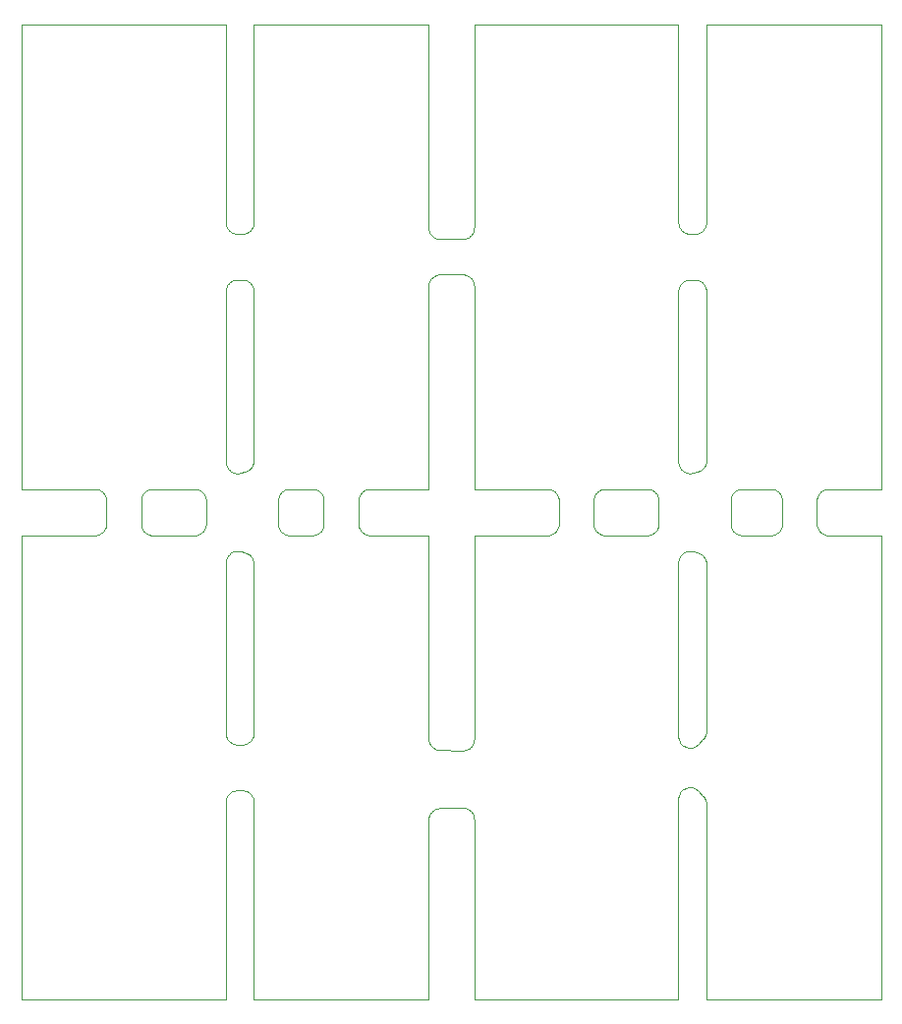
<source format=gko>
%MOIN*%
%OFA0B0*%
%FSLAX36Y36*%
%IPPOS*%
%LPD*%
%ADD10C,0*%
D10*
X002228346Y001824612D02*
X002228346Y001824612D01*
X002228346Y002402894D01*
X002228467Y002405983D01*
X002228831Y002409053D01*
X002229434Y002412085D01*
X002230273Y002415060D01*
X002231343Y002417960D01*
X002232637Y002420768D01*
X002234148Y002423465D01*
X002235865Y002426035D01*
X002237779Y002428463D01*
X002239877Y002430733D01*
X002242147Y002432831D01*
X002244575Y002434745D01*
X002247145Y002436463D01*
X002249842Y002437973D01*
X002252650Y002439267D01*
X002255550Y002440337D01*
X002258525Y002441176D01*
X002261557Y002441779D01*
X002264627Y002442143D01*
X002267716Y002442264D01*
X002283464Y002442264D01*
X002286553Y002442143D01*
X002289623Y002441779D01*
X002292655Y002441176D01*
X002295630Y002440337D01*
X002298530Y002439267D01*
X002301338Y002437973D01*
X002304035Y002436463D01*
X002306605Y002434745D01*
X002309033Y002432831D01*
X002311303Y002430733D01*
X002313401Y002428463D01*
X002315315Y002426035D01*
X002317033Y002423465D01*
X002318543Y002420768D01*
X002319837Y002417960D01*
X002320907Y002415060D01*
X002321746Y002412085D01*
X002322349Y002409053D01*
X002322713Y002405983D01*
X002322834Y002402894D01*
X002322834Y001828907D01*
X002322750Y001826341D01*
X002322500Y001823786D01*
X002322083Y001821252D01*
X002321502Y001818751D01*
X002320759Y001816294D01*
X002319857Y001813889D01*
X002318801Y001811549D01*
X002317595Y001809283D01*
X002316243Y001807100D01*
X002314752Y001805010D01*
X002313128Y001803021D01*
X002311377Y001801143D01*
X002309508Y001799383D01*
X002307529Y001797748D01*
X002305447Y001796245D01*
X002303271Y001794882D01*
X002301011Y001793663D01*
X002298677Y001792595D01*
X002296277Y001791680D01*
X002293824Y001790924D01*
X002278076Y001786629D01*
X002274548Y001785839D01*
X002270963Y001785376D01*
X002267350Y001785243D01*
X002263741Y001785443D01*
X002260165Y001785973D01*
X002256653Y001786828D01*
X002253233Y001788002D01*
X002249937Y001789485D01*
X002246790Y001791264D01*
X002243819Y001793324D01*
X002241050Y001795648D01*
X002238506Y001798216D01*
X002236208Y001801006D01*
X002234175Y001803996D01*
X002232426Y001807159D01*
X002230974Y001810470D01*
X002229831Y001813900D01*
X002229008Y001817420D01*
X002228512Y001821001D01*
X002228346Y001824612D01*
X001980236Y001732283D02*
X001980236Y001732283D01*
X002121901Y001732283D01*
X002124990Y001732162D01*
X002128060Y001731798D01*
X002131092Y001731195D01*
X002134067Y001730356D01*
X002136967Y001729286D01*
X002139775Y001727992D01*
X002142472Y001726481D01*
X002145042Y001724764D01*
X002147470Y001722850D01*
X002149740Y001720752D01*
X002151838Y001718482D01*
X002153752Y001716054D01*
X002155470Y001713484D01*
X002156980Y001710787D01*
X002158274Y001707979D01*
X002159344Y001705079D01*
X002160183Y001702104D01*
X002160787Y001699072D01*
X002161150Y001696002D01*
X002161271Y001692913D01*
X002161271Y001614173D01*
X002161150Y001611084D01*
X002160787Y001608014D01*
X002160183Y001604982D01*
X002159344Y001602007D01*
X002158274Y001599106D01*
X002156980Y001596299D01*
X002155470Y001593602D01*
X002153752Y001591032D01*
X002151838Y001588604D01*
X002149740Y001586334D01*
X002147470Y001584235D01*
X002145042Y001582322D01*
X002142472Y001580604D01*
X002139775Y001579094D01*
X002136967Y001577800D01*
X002134067Y001576730D01*
X002131092Y001575890D01*
X002128060Y001575287D01*
X002124990Y001574924D01*
X002121901Y001574803D01*
X001980236Y001574803D01*
X001977147Y001574924D01*
X001974077Y001575287D01*
X001971045Y001575890D01*
X001968070Y001576730D01*
X001965169Y001577800D01*
X001962362Y001579094D01*
X001959665Y001580604D01*
X001957095Y001582322D01*
X001954667Y001584235D01*
X001952397Y001586334D01*
X001950298Y001588604D01*
X001948385Y001591032D01*
X001946667Y001593602D01*
X001945157Y001596299D01*
X001943862Y001599106D01*
X001942793Y001602007D01*
X001941953Y001604982D01*
X001941350Y001608014D01*
X001940987Y001611084D01*
X001940866Y001614173D01*
X001940866Y001692913D01*
X001940987Y001696002D01*
X001941350Y001699072D01*
X001941953Y001702104D01*
X001942793Y001705079D01*
X001943862Y001707979D01*
X001945157Y001710787D01*
X001946667Y001713484D01*
X001948385Y001716054D01*
X001950298Y001718482D01*
X001952397Y001720752D01*
X001954667Y001722850D01*
X001957095Y001724764D01*
X001959665Y001726481D01*
X001962362Y001727992D01*
X001965169Y001729286D01*
X001968070Y001730356D01*
X001971045Y001731195D01*
X001974077Y001731798D01*
X001977147Y001732162D01*
X001980236Y001732283D01*
X001182499Y001732283D02*
X001182499Y001732283D01*
X001380905Y001732283D01*
X001380905Y002420174D01*
X001381026Y002423263D01*
X001381390Y002426333D01*
X001381993Y002429365D01*
X001382832Y002432340D01*
X001383902Y002435240D01*
X001385196Y002438048D01*
X001386707Y002440745D01*
X001388424Y002443315D01*
X001390338Y002445743D01*
X001392436Y002448013D01*
X001394706Y002450111D01*
X001397134Y002452025D01*
X001399704Y002453743D01*
X001402401Y002455253D01*
X001405209Y002456547D01*
X001408109Y002457617D01*
X001411084Y002458456D01*
X001414116Y002459059D01*
X001417186Y002459423D01*
X001420275Y002459544D01*
X001496062Y002459544D01*
X001499151Y002459423D01*
X001502221Y002459059D01*
X001505253Y002458456D01*
X001508229Y002457617D01*
X001511129Y002456547D01*
X001513936Y002455253D01*
X001516633Y002453743D01*
X001519204Y002452025D01*
X001521631Y002450111D01*
X001523901Y002448013D01*
X001526000Y002445743D01*
X001527914Y002443315D01*
X001529631Y002440745D01*
X001531141Y002438048D01*
X001532436Y002435240D01*
X001533506Y002432340D01*
X001534345Y002429365D01*
X001534948Y002426333D01*
X001535311Y002423263D01*
X001535433Y002420174D01*
X001535433Y001732283D01*
X001783543Y001732283D01*
X001786632Y001732162D01*
X001789702Y001731798D01*
X001792734Y001731195D01*
X001795709Y001730356D01*
X001798609Y001729286D01*
X001801416Y001727992D01*
X001804114Y001726481D01*
X001806684Y001724764D01*
X001809112Y001722850D01*
X001811382Y001720752D01*
X001813480Y001718482D01*
X001815394Y001716054D01*
X001817111Y001713484D01*
X001818622Y001710787D01*
X001819916Y001707979D01*
X001820986Y001705079D01*
X001821825Y001702104D01*
X001822428Y001699072D01*
X001822792Y001696002D01*
X001822913Y001692913D01*
X001822913Y001614173D01*
X001822792Y001611084D01*
X001822428Y001608014D01*
X001821825Y001604982D01*
X001820986Y001602007D01*
X001819916Y001599106D01*
X001818622Y001596299D01*
X001817111Y001593602D01*
X001815394Y001591032D01*
X001813480Y001588604D01*
X001811382Y001586334D01*
X001809112Y001584235D01*
X001806684Y001582322D01*
X001804114Y001580604D01*
X001801416Y001579094D01*
X001798609Y001577800D01*
X001795709Y001576730D01*
X001792734Y001575890D01*
X001789702Y001575287D01*
X001786632Y001574924D01*
X001783543Y001574803D01*
X001535433Y001574803D01*
X001535433Y000884413D01*
X001535308Y000881281D01*
X001534934Y000878169D01*
X001534314Y000875096D01*
X001533452Y000872083D01*
X001532353Y000869147D01*
X001531023Y000866309D01*
X001529472Y000863585D01*
X001527709Y000860993D01*
X001525746Y000858550D01*
X001523594Y000856270D01*
X001521268Y000854169D01*
X001518782Y000852260D01*
X001516153Y000850555D01*
X001513395Y000849064D01*
X001510528Y000847797D01*
X001507570Y000846762D01*
X001504538Y000845966D01*
X001501453Y000845414D01*
X001498333Y000845108D01*
X001495199Y000845052D01*
X001419412Y000846715D01*
X001416369Y000846900D01*
X001413350Y000847319D01*
X001410372Y000847971D01*
X001407454Y000848852D01*
X001404612Y000849955D01*
X001401865Y000851275D01*
X001399228Y000852804D01*
X001396717Y000854532D01*
X001394347Y000856449D01*
X001392133Y000858544D01*
X001390087Y000860804D01*
X001388222Y000863215D01*
X001386550Y000865763D01*
X001385079Y000868433D01*
X001383820Y000871209D01*
X001382779Y000874074D01*
X001381963Y000877011D01*
X001381376Y000880002D01*
X001381023Y000883030D01*
X001380905Y000886076D01*
X001380905Y001574803D01*
X001182499Y001574803D01*
X001179411Y001574924D01*
X001176341Y001575287D01*
X001173309Y001575890D01*
X001170333Y001576730D01*
X001167433Y001577800D01*
X001164626Y001579094D01*
X001161929Y001580604D01*
X001159358Y001582322D01*
X001156931Y001584235D01*
X001154661Y001586334D01*
X001152562Y001588604D01*
X001150648Y001591032D01*
X001148931Y001593602D01*
X001147420Y001596299D01*
X001146126Y001599106D01*
X001145056Y001602007D01*
X001144217Y001604982D01*
X001143614Y001608014D01*
X001143251Y001611084D01*
X001143129Y001614173D01*
X001143129Y001692913D01*
X001143251Y001696002D01*
X001143614Y001699072D01*
X001144217Y001702104D01*
X001145056Y001705079D01*
X001146126Y001707979D01*
X001147420Y001710787D01*
X001148931Y001713484D01*
X001150648Y001716054D01*
X001152562Y001718482D01*
X001154661Y001720752D01*
X001156931Y001722850D01*
X001159358Y001724764D01*
X001161929Y001726481D01*
X001164626Y001727992D01*
X001167433Y001729286D01*
X001170333Y001730356D01*
X001173309Y001731195D01*
X001176341Y001731798D01*
X001179411Y001732162D01*
X001182499Y001732283D01*
X000692913Y001824612D02*
X000692913Y001824612D01*
X000692913Y002402894D01*
X000693034Y002405983D01*
X000693398Y002409053D01*
X000694001Y002412085D01*
X000694840Y002415060D01*
X000695910Y002417960D01*
X000697204Y002420768D01*
X000698714Y002423465D01*
X000700432Y002426035D01*
X000702346Y002428463D01*
X000704444Y002430733D01*
X000706714Y002432831D01*
X000709142Y002434745D01*
X000711712Y002436463D01*
X000714409Y002437973D01*
X000717217Y002439267D01*
X000720117Y002440337D01*
X000723092Y002441176D01*
X000726124Y002441779D01*
X000729194Y002442143D01*
X000732283Y002442264D01*
X000748031Y002442264D01*
X000751120Y002442143D01*
X000754190Y002441779D01*
X000757222Y002441176D01*
X000760197Y002440337D01*
X000763097Y002439267D01*
X000765905Y002437973D01*
X000768602Y002436463D01*
X000771172Y002434745D01*
X000773600Y002432831D01*
X000775870Y002430733D01*
X000777968Y002428463D01*
X000779882Y002426035D01*
X000781600Y002423465D01*
X000783110Y002420768D01*
X000784404Y002417960D01*
X000785474Y002415060D01*
X000786313Y002412085D01*
X000786916Y002409053D01*
X000787280Y002405983D01*
X000787401Y002402894D01*
X000787401Y001828907D01*
X000787317Y001826341D01*
X000787067Y001823786D01*
X000786650Y001821252D01*
X000786069Y001818751D01*
X000785326Y001816294D01*
X000784424Y001813889D01*
X000783368Y001811549D01*
X000782162Y001809283D01*
X000780810Y001807100D01*
X000779319Y001805010D01*
X000777695Y001803021D01*
X000775944Y001801143D01*
X000774075Y001799383D01*
X000772096Y001797748D01*
X000770013Y001796245D01*
X000767838Y001794882D01*
X000765578Y001793663D01*
X000763243Y001792595D01*
X000760844Y001791680D01*
X000758391Y001790924D01*
X000742643Y001786629D01*
X000739115Y001785839D01*
X000735530Y001785376D01*
X000731917Y001785243D01*
X000728308Y001785443D01*
X000724732Y001785973D01*
X000721219Y001786828D01*
X000717800Y001788002D01*
X000714503Y001789485D01*
X000711356Y001791264D01*
X000708386Y001793324D01*
X000705617Y001795648D01*
X000703072Y001798216D01*
X000700774Y001801006D01*
X000698742Y001803996D01*
X000696993Y001807159D01*
X000695540Y001810470D01*
X000694398Y001813900D01*
X000693575Y001817420D01*
X000693079Y001821001D01*
X000692913Y001824612D01*
X002322834Y001478179D02*
X002322834Y001478179D01*
X002322834Y000910334D01*
X002322805Y000908816D01*
X002322717Y000907300D01*
X002322571Y000905789D01*
X002322367Y000904285D01*
X002322104Y000902789D01*
X002321785Y000901305D01*
X002321408Y000899834D01*
X002320975Y000898379D01*
X002320486Y000896941D01*
X002319942Y000895524D01*
X002319344Y000894128D01*
X002318693Y000892757D01*
X002317989Y000891412D01*
X002317233Y000890095D01*
X002316428Y000888808D01*
X002315573Y000887553D01*
X002314671Y000886332D01*
X002313723Y000885146D01*
X002312729Y000883998D01*
X002311692Y000882889D01*
X002295944Y000866692D01*
X002292501Y000863547D01*
X002288710Y000860831D01*
X002284625Y000858583D01*
X002280303Y000856833D01*
X002275804Y000855606D01*
X002271191Y000854920D01*
X002266530Y000854785D01*
X002261886Y000855201D01*
X002257323Y000856163D01*
X002252906Y000857659D01*
X002248697Y000859666D01*
X002244754Y000862156D01*
X002241134Y000865095D01*
X002237887Y000868442D01*
X002235058Y000872149D01*
X002232687Y000876165D01*
X002230808Y000880432D01*
X002229447Y000884892D01*
X002228622Y000889482D01*
X002228346Y000894137D01*
X002228346Y001482474D01*
X002228512Y001486085D01*
X002229008Y001489666D01*
X002229831Y001493186D01*
X002230974Y001496616D01*
X002232426Y001499926D01*
X002234175Y001503090D01*
X002236208Y001506079D01*
X002238506Y001508870D01*
X002241050Y001511438D01*
X002243819Y001513762D01*
X002246790Y001515822D01*
X002249937Y001517601D01*
X002253233Y001519083D01*
X002256653Y001520257D01*
X002260165Y001521113D01*
X002263741Y001521643D01*
X002267350Y001521842D01*
X002270963Y001521710D01*
X002274548Y001521247D01*
X002278076Y001520457D01*
X002293824Y001516161D01*
X002296277Y001515405D01*
X002298677Y001514491D01*
X002301011Y001513422D01*
X002303271Y001512204D01*
X002305447Y001510840D01*
X002307529Y001509338D01*
X002309508Y001507703D01*
X002311377Y001505943D01*
X002313128Y001504064D01*
X002314752Y001502076D01*
X002316243Y001499986D01*
X002317595Y001497803D01*
X002318801Y001495536D01*
X002319857Y001493196D01*
X002320759Y001490792D01*
X002321502Y001488334D01*
X002322083Y001485833D01*
X002322500Y001483300D01*
X002322750Y001480745D01*
X002322834Y001478179D01*
X000444803Y001732283D02*
X000444803Y001732283D01*
X000586468Y001732283D01*
X000589557Y001732162D01*
X000592627Y001731798D01*
X000595659Y001731195D01*
X000598634Y001730356D01*
X000601534Y001729286D01*
X000604342Y001727992D01*
X000607039Y001726481D01*
X000609609Y001724764D01*
X000612037Y001722850D01*
X000614307Y001720752D01*
X000616405Y001718482D01*
X000618319Y001716054D01*
X000620037Y001713484D01*
X000621547Y001710787D01*
X000622841Y001707979D01*
X000623911Y001705079D01*
X000624750Y001702104D01*
X000625353Y001699072D01*
X000625717Y001696002D01*
X000625838Y001692913D01*
X000625838Y001614173D01*
X000625717Y001611084D01*
X000625353Y001608014D01*
X000624750Y001604982D01*
X000623911Y001602007D01*
X000622841Y001599106D01*
X000621547Y001596299D01*
X000620037Y001593602D01*
X000618319Y001591032D01*
X000616405Y001588604D01*
X000614307Y001586334D01*
X000612037Y001584235D01*
X000609609Y001582322D01*
X000607039Y001580604D01*
X000604342Y001579094D01*
X000601534Y001577800D01*
X000598634Y001576730D01*
X000595659Y001575890D01*
X000592627Y001575287D01*
X000589557Y001574924D01*
X000586468Y001574803D01*
X000444803Y001574803D01*
X000441714Y001574924D01*
X000438644Y001575287D01*
X000435612Y001575890D01*
X000432637Y001576730D01*
X000429736Y001577800D01*
X000426929Y001579094D01*
X000424232Y001580604D01*
X000421661Y001582322D01*
X000419234Y001584235D01*
X000416964Y001586334D01*
X000414865Y001588604D01*
X000412952Y001591032D01*
X000411234Y001593602D01*
X000409724Y001596299D01*
X000408429Y001599106D01*
X000407359Y001602007D01*
X000406520Y001604982D01*
X000405917Y001608014D01*
X000405554Y001611084D01*
X000405433Y001614173D01*
X000405433Y001692913D01*
X000405554Y001696002D01*
X000405917Y001699072D01*
X000406520Y001702104D01*
X000407359Y001705079D01*
X000408429Y001707979D01*
X000409724Y001710787D01*
X000411234Y001713484D01*
X000412952Y001716054D01*
X000414865Y001718482D01*
X000416964Y001720752D01*
X000419234Y001722850D01*
X000421661Y001724764D01*
X000424232Y001726481D01*
X000426929Y001727992D01*
X000429736Y001729286D01*
X000432637Y001730356D01*
X000435612Y001731195D01*
X000438644Y001731798D01*
X000441714Y001732162D01*
X000444803Y001732283D01*
X000248110Y001574803D02*
X000248110Y001574803D01*
X000000000Y001574803D01*
X000000000Y000000000D01*
X000692913Y000000000D01*
X000692913Y000670611D01*
X000693034Y000673699D01*
X000693398Y000676769D01*
X000694001Y000679801D01*
X000694840Y000682777D01*
X000695910Y000685677D01*
X000697204Y000688484D01*
X000698714Y000691181D01*
X000700432Y000693752D01*
X000702346Y000696179D01*
X000704444Y000698449D01*
X000706714Y000700548D01*
X000709142Y000702462D01*
X000711712Y000704179D01*
X000714409Y000705690D01*
X000717217Y000706984D01*
X000720117Y000708054D01*
X000723092Y000708893D01*
X000726124Y000709496D01*
X000729194Y000709859D01*
X000732283Y000709981D01*
X000748031Y000709981D01*
X000751120Y000709859D01*
X000754190Y000709496D01*
X000757222Y000708893D01*
X000760197Y000708054D01*
X000763097Y000706984D01*
X000765905Y000705690D01*
X000768602Y000704179D01*
X000771172Y000702462D01*
X000773600Y000700548D01*
X000775870Y000698449D01*
X000777968Y000696179D01*
X000779882Y000693752D01*
X000781600Y000691181D01*
X000783110Y000688484D01*
X000784404Y000685677D01*
X000785474Y000682777D01*
X000786313Y000679801D01*
X000786916Y000676769D01*
X000787280Y000673699D01*
X000787401Y000670611D01*
X000787401Y000000000D01*
X001380905Y000000000D01*
X001380905Y000609986D01*
X001381023Y000613032D01*
X001381376Y000616060D01*
X001381963Y000619051D01*
X001382779Y000621988D01*
X001383820Y000624853D01*
X001385079Y000627629D01*
X001386550Y000630299D01*
X001388222Y000632847D01*
X001390087Y000635258D01*
X001392133Y000637518D01*
X001394347Y000639613D01*
X001396717Y000641530D01*
X001399228Y000643258D01*
X001401865Y000644787D01*
X001404612Y000646107D01*
X001407454Y000647210D01*
X001410372Y000648091D01*
X001413350Y000648743D01*
X001416369Y000649162D01*
X001419412Y000649347D01*
X001495199Y000651010D01*
X001498333Y000650954D01*
X001501453Y000650648D01*
X001504538Y000650096D01*
X001507570Y000649300D01*
X001510528Y000648265D01*
X001513395Y000646998D01*
X001516153Y000645507D01*
X001518782Y000643802D01*
X001521268Y000641893D01*
X001523594Y000639792D01*
X001525746Y000637512D01*
X001527709Y000635069D01*
X001529472Y000632477D01*
X001531023Y000629753D01*
X001532353Y000626915D01*
X001533452Y000623979D01*
X001534314Y000620966D01*
X001534934Y000617893D01*
X001535308Y000614781D01*
X001535433Y000611649D01*
X001535433Y000000000D01*
X002228346Y000000000D01*
X002228346Y000680665D01*
X002228622Y000685320D01*
X002229447Y000689910D01*
X002230808Y000694370D01*
X002232687Y000698638D01*
X002235058Y000702653D01*
X002237887Y000706360D01*
X002241134Y000709707D01*
X002244754Y000712646D01*
X002248697Y000715137D01*
X002252906Y000717144D01*
X002257323Y000718639D01*
X002261886Y000719601D01*
X002266530Y000720018D01*
X002271191Y000719882D01*
X002275804Y000719196D01*
X002280303Y000717969D01*
X002284625Y000716219D01*
X002288710Y000713971D01*
X002292501Y000711255D01*
X002295944Y000708110D01*
X002311692Y000691913D01*
X002312729Y000690804D01*
X002313723Y000689656D01*
X002314671Y000688471D01*
X002315573Y000687249D01*
X002316428Y000685994D01*
X002317233Y000684707D01*
X002317989Y000683390D01*
X002318693Y000682045D01*
X002319344Y000680674D01*
X002319942Y000679278D01*
X002320486Y000677861D01*
X002320975Y000676423D01*
X002321408Y000674968D01*
X002321785Y000673497D01*
X002322104Y000672013D01*
X002322367Y000670517D01*
X002322571Y000669013D01*
X002322717Y000667502D01*
X002322805Y000665986D01*
X002322834Y000664468D01*
X002322834Y000000000D01*
X002916338Y000000000D01*
X002916338Y001574803D01*
X002737618Y001574803D01*
X002734529Y001574924D01*
X002731459Y001575287D01*
X002728427Y001575890D01*
X002725452Y001576730D01*
X002722551Y001577800D01*
X002719744Y001579094D01*
X002717047Y001580604D01*
X002714476Y001582322D01*
X002712049Y001584235D01*
X002709779Y001586334D01*
X002707680Y001588604D01*
X002705767Y001591032D01*
X002704049Y001593602D01*
X002702539Y001596299D01*
X002701244Y001599106D01*
X002700174Y001602007D01*
X002699335Y001604982D01*
X002698732Y001608014D01*
X002698369Y001611084D01*
X002698248Y001614173D01*
X002698248Y001692913D01*
X002698369Y001696002D01*
X002698732Y001699072D01*
X002699335Y001702104D01*
X002700174Y001705079D01*
X002701244Y001707979D01*
X002702539Y001710787D01*
X002704049Y001713484D01*
X002705767Y001716054D01*
X002707680Y001718482D01*
X002709779Y001720752D01*
X002712049Y001722850D01*
X002714476Y001724764D01*
X002717047Y001726481D01*
X002719744Y001727992D01*
X002722551Y001729286D01*
X002725452Y001730356D01*
X002728427Y001731195D01*
X002731459Y001731798D01*
X002734529Y001732162D01*
X002737618Y001732283D01*
X002916338Y001732283D01*
X002916338Y003307086D01*
X002322834Y003307086D01*
X002322834Y002636475D01*
X002322713Y002633386D01*
X002322349Y002630316D01*
X002321746Y002627284D01*
X002320907Y002624309D01*
X002319837Y002621409D01*
X002318543Y002618601D01*
X002317033Y002615904D01*
X002315315Y002613334D01*
X002313401Y002610906D01*
X002311303Y002608636D01*
X002309033Y002606538D01*
X002306605Y002604624D01*
X002304035Y002602907D01*
X002301338Y002601396D01*
X002298530Y002600102D01*
X002295630Y002599032D01*
X002292655Y002598193D01*
X002289623Y002597590D01*
X002286553Y002597226D01*
X002283464Y002597105D01*
X002267716Y002597105D01*
X002264627Y002597226D01*
X002261557Y002597590D01*
X002258525Y002598193D01*
X002255550Y002599032D01*
X002252650Y002600102D01*
X002249842Y002601396D01*
X002247145Y002602907D01*
X002244575Y002604624D01*
X002242147Y002606538D01*
X002239877Y002608636D01*
X002237779Y002610906D01*
X002235865Y002613334D01*
X002234148Y002615904D01*
X002232637Y002618601D01*
X002231343Y002621409D01*
X002230273Y002624309D01*
X002229434Y002627284D01*
X002228831Y002630316D01*
X002228467Y002633386D01*
X002228346Y002636475D01*
X002228346Y003307086D01*
X001535433Y003307086D01*
X001535433Y002619195D01*
X001535311Y002616106D01*
X001534948Y002613036D01*
X001534345Y002610004D01*
X001533506Y002607029D01*
X001532436Y002604129D01*
X001531141Y002601321D01*
X001529631Y002598624D01*
X001527914Y002596054D01*
X001526000Y002593626D01*
X001523901Y002591356D01*
X001521631Y002589258D01*
X001519204Y002587344D01*
X001516633Y002585627D01*
X001513936Y002584116D01*
X001511129Y002582822D01*
X001508229Y002581752D01*
X001505253Y002580913D01*
X001502221Y002580310D01*
X001499151Y002579946D01*
X001496062Y002579825D01*
X001420275Y002579825D01*
X001417186Y002579946D01*
X001414116Y002580310D01*
X001411084Y002580913D01*
X001408109Y002581752D01*
X001405209Y002582822D01*
X001402401Y002584116D01*
X001399704Y002585627D01*
X001397134Y002587344D01*
X001394706Y002589258D01*
X001392436Y002591356D01*
X001390338Y002593626D01*
X001388424Y002596054D01*
X001386707Y002598624D01*
X001385196Y002601321D01*
X001383902Y002604129D01*
X001382832Y002607029D01*
X001381993Y002610004D01*
X001381390Y002613036D01*
X001381026Y002616106D01*
X001380905Y002619195D01*
X001380905Y003307086D01*
X000787401Y003307086D01*
X000787401Y002636475D01*
X000787280Y002633386D01*
X000786916Y002630316D01*
X000786313Y002627284D01*
X000785474Y002624309D01*
X000784404Y002621409D01*
X000783110Y002618601D01*
X000781600Y002615904D01*
X000779882Y002613334D01*
X000777968Y002610906D01*
X000775870Y002608636D01*
X000773600Y002606538D01*
X000771172Y002604624D01*
X000768602Y002602907D01*
X000765905Y002601396D01*
X000763097Y002600102D01*
X000760197Y002599032D01*
X000757222Y002598193D01*
X000754190Y002597590D01*
X000751120Y002597226D01*
X000748031Y002597105D01*
X000732283Y002597105D01*
X000729194Y002597226D01*
X000726124Y002597590D01*
X000723092Y002598193D01*
X000720117Y002599032D01*
X000717217Y002600102D01*
X000714409Y002601396D01*
X000711712Y002602907D01*
X000709142Y002604624D01*
X000706714Y002606538D01*
X000704444Y002608636D01*
X000702346Y002610906D01*
X000700432Y002613334D01*
X000698714Y002615904D01*
X000697204Y002618601D01*
X000695910Y002621409D01*
X000694840Y002624309D01*
X000694001Y002627284D01*
X000693398Y002630316D01*
X000693034Y002633386D01*
X000692913Y002636475D01*
X000692913Y003307086D01*
X000000000Y003307086D01*
X000000000Y001732283D01*
X000248110Y001732283D01*
X000251199Y001732162D01*
X000254269Y001731798D01*
X000257301Y001731195D01*
X000260276Y001730356D01*
X000263176Y001729286D01*
X000265983Y001727992D01*
X000268681Y001726481D01*
X000271251Y001724764D01*
X000273679Y001722850D01*
X000275949Y001720752D01*
X000278047Y001718482D01*
X000279961Y001716054D01*
X000281678Y001713484D01*
X000283189Y001710787D01*
X000284483Y001707979D01*
X000285553Y001705079D01*
X000286392Y001702104D01*
X000286995Y001699072D01*
X000287358Y001696002D01*
X000287480Y001692913D01*
X000287480Y001614173D01*
X000287358Y001611084D01*
X000286995Y001608014D01*
X000286392Y001604982D01*
X000285553Y001602007D01*
X000284483Y001599106D01*
X000283189Y001596299D01*
X000281678Y001593602D01*
X000279961Y001591032D01*
X000278047Y001588604D01*
X000275949Y001586334D01*
X000273679Y001584235D01*
X000271251Y001582322D01*
X000268681Y001580604D01*
X000265983Y001579094D01*
X000263176Y001577800D01*
X000260276Y001576730D01*
X000257301Y001575890D01*
X000254269Y001575287D01*
X000251199Y001574924D01*
X000248110Y001574803D01*
X002445027Y001574803D02*
X002445027Y001574803D01*
X002441938Y001574924D01*
X002438868Y001575287D01*
X002435836Y001575890D01*
X002432861Y001576730D01*
X002429961Y001577800D01*
X002427153Y001579094D01*
X002424456Y001580604D01*
X002421886Y001582322D01*
X002419458Y001584235D01*
X002417188Y001586334D01*
X002415090Y001588604D01*
X002413176Y001591032D01*
X002411458Y001593602D01*
X002409948Y001596299D01*
X002408654Y001599106D01*
X002407584Y001602007D01*
X002406745Y001604982D01*
X002406142Y001608014D01*
X002405778Y001611084D01*
X002405657Y001614173D01*
X002405657Y001692913D01*
X002405778Y001696002D01*
X002406142Y001699072D01*
X002406745Y001702104D01*
X002407584Y001705079D01*
X002408654Y001707979D01*
X002409948Y001710787D01*
X002411458Y001713484D01*
X002413176Y001716054D01*
X002415090Y001718482D01*
X002417188Y001720752D01*
X002419458Y001722850D01*
X002421886Y001724764D01*
X002424456Y001726481D01*
X002427153Y001727992D01*
X002429961Y001729286D01*
X002432861Y001730356D01*
X002435836Y001731195D01*
X002438868Y001731798D01*
X002441938Y001732162D01*
X002445027Y001732283D01*
X002540925Y001732283D01*
X002544014Y001732162D01*
X002547084Y001731798D01*
X002550115Y001731195D01*
X002553091Y001730356D01*
X002555991Y001729286D01*
X002558798Y001727992D01*
X002561496Y001726481D01*
X002564066Y001724764D01*
X002566494Y001722850D01*
X002568764Y001720752D01*
X002570862Y001718482D01*
X002572776Y001716054D01*
X002574493Y001713484D01*
X002576004Y001710787D01*
X002577298Y001707979D01*
X002578368Y001705079D01*
X002579207Y001702104D01*
X002579810Y001699072D01*
X002580173Y001696002D01*
X002580295Y001692913D01*
X002580295Y001614173D01*
X002580173Y001611084D01*
X002579810Y001608014D01*
X002579207Y001604982D01*
X002578368Y001602007D01*
X002577298Y001599106D01*
X002576004Y001596299D01*
X002574493Y001593602D01*
X002572776Y001591032D01*
X002570862Y001588604D01*
X002568764Y001586334D01*
X002566494Y001584235D01*
X002564066Y001582322D01*
X002561496Y001580604D01*
X002558798Y001579094D01*
X002555991Y001577800D01*
X002553091Y001576730D01*
X002550115Y001575890D01*
X002547084Y001575287D01*
X002544014Y001574924D01*
X002540925Y001574803D01*
X002445027Y001574803D01*
X000909594Y001574803D02*
X000909594Y001574803D01*
X000906505Y001574924D01*
X000903435Y001575287D01*
X000900403Y001575890D01*
X000897428Y001576730D01*
X000894528Y001577800D01*
X000891720Y001579094D01*
X000889023Y001580604D01*
X000886453Y001582322D01*
X000884025Y001584235D01*
X000881755Y001586334D01*
X000879657Y001588604D01*
X000877743Y001591032D01*
X000876025Y001593602D01*
X000874515Y001596299D01*
X000873221Y001599106D01*
X000872151Y001602007D01*
X000871312Y001604982D01*
X000870709Y001608014D01*
X000870345Y001611084D01*
X000870224Y001614173D01*
X000870224Y001692913D01*
X000870345Y001696002D01*
X000870709Y001699072D01*
X000871312Y001702104D01*
X000872151Y001705079D01*
X000873221Y001707979D01*
X000874515Y001710787D01*
X000876025Y001713484D01*
X000877743Y001716054D01*
X000879657Y001718482D01*
X000881755Y001720752D01*
X000884025Y001722850D01*
X000886453Y001724764D01*
X000889023Y001726481D01*
X000891720Y001727992D01*
X000894528Y001729286D01*
X000897428Y001730356D01*
X000900403Y001731195D01*
X000903435Y001731798D01*
X000906505Y001732162D01*
X000909594Y001732283D01*
X000985807Y001732283D01*
X000988896Y001732162D01*
X000991965Y001731798D01*
X000994997Y001731195D01*
X000997973Y001730356D01*
X001000873Y001729286D01*
X001003680Y001727992D01*
X001006377Y001726481D01*
X001008948Y001724764D01*
X001011375Y001722850D01*
X001013645Y001720752D01*
X001015744Y001718482D01*
X001017658Y001716054D01*
X001019375Y001713484D01*
X001020886Y001710787D01*
X001022180Y001707979D01*
X001023250Y001705079D01*
X001024089Y001702104D01*
X001024692Y001699072D01*
X001025055Y001696002D01*
X001025177Y001692913D01*
X001025177Y001614173D01*
X001025055Y001611084D01*
X001024692Y001608014D01*
X001024089Y001604982D01*
X001023250Y001602007D01*
X001022180Y001599106D01*
X001020886Y001596299D01*
X001019375Y001593602D01*
X001017658Y001591032D01*
X001015744Y001588604D01*
X001013645Y001586334D01*
X001011375Y001584235D01*
X001008948Y001582322D01*
X001006377Y001580604D01*
X001003680Y001579094D01*
X001000873Y001577800D01*
X000997973Y001576730D01*
X000994997Y001575890D01*
X000991965Y001575287D01*
X000988896Y001574924D01*
X000985807Y001574803D01*
X000909594Y001574803D01*
X000692913Y001482474D02*
X000692913Y001482474D01*
X000693079Y001486085D01*
X000693575Y001489666D01*
X000694398Y001493186D01*
X000695540Y001496616D01*
X000696993Y001499926D01*
X000698742Y001503090D01*
X000700774Y001506079D01*
X000703072Y001508870D01*
X000705617Y001511438D01*
X000708386Y001513762D01*
X000711356Y001515822D01*
X000714503Y001517601D01*
X000717800Y001519083D01*
X000721219Y001520257D01*
X000724732Y001521113D01*
X000728308Y001521643D01*
X000731917Y001521842D01*
X000735530Y001521710D01*
X000739115Y001521247D01*
X000742643Y001520457D01*
X000758391Y001516161D01*
X000760844Y001515405D01*
X000763243Y001514491D01*
X000765578Y001513422D01*
X000767838Y001512204D01*
X000770013Y001510840D01*
X000772096Y001509338D01*
X000774075Y001507703D01*
X000775944Y001505943D01*
X000777695Y001504064D01*
X000779319Y001502076D01*
X000780810Y001499986D01*
X000782162Y001497803D01*
X000783368Y001495536D01*
X000784424Y001493196D01*
X000785326Y001490792D01*
X000786069Y001488334D01*
X000786650Y001485833D01*
X000787067Y001483300D01*
X000787317Y001480745D01*
X000787401Y001478179D01*
X000787401Y000904192D01*
X000787280Y000901103D01*
X000786916Y000898033D01*
X000786313Y000895001D01*
X000785474Y000892026D01*
X000784404Y000889125D01*
X000783110Y000886318D01*
X000781600Y000883621D01*
X000779882Y000881050D01*
X000777968Y000878623D01*
X000775870Y000876353D01*
X000773600Y000874254D01*
X000771172Y000872341D01*
X000768602Y000870623D01*
X000765905Y000869113D01*
X000763097Y000867818D01*
X000760197Y000866748D01*
X000757222Y000865909D01*
X000754190Y000865306D01*
X000751120Y000864943D01*
X000748031Y000864822D01*
X000732283Y000864822D01*
X000729194Y000864943D01*
X000726124Y000865306D01*
X000723092Y000865909D01*
X000720117Y000866748D01*
X000717217Y000867818D01*
X000714409Y000869113D01*
X000711712Y000870623D01*
X000709142Y000872341D01*
X000706714Y000874254D01*
X000704444Y000876353D01*
X000702346Y000878623D01*
X000700432Y000881050D01*
X000698714Y000883621D01*
X000697204Y000886318D01*
X000695910Y000889125D01*
X000694840Y000892026D01*
X000694001Y000895001D01*
X000693398Y000898033D01*
X000693034Y000901103D01*
X000692913Y000904192D01*
X000692913Y001482474D01*
M02*
</source>
